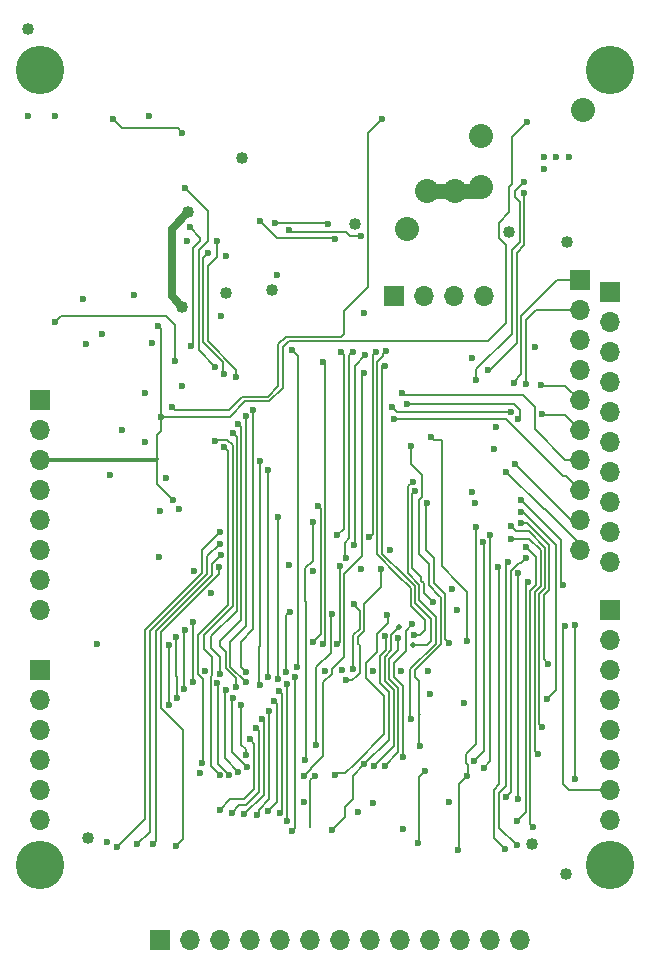
<source format=gbl>
G04 #@! TF.FileFunction,Copper,L4,Bot,Signal*
%FSLAX46Y46*%
G04 Gerber Fmt 4.6, Leading zero omitted, Abs format (unit mm)*
G04 Created by KiCad (PCBNEW 4.0.5-e0-6337~49~ubuntu16.04.1) date Sat Feb 25 14:31:11 2017*
%MOMM*%
%LPD*%
G01*
G04 APERTURE LIST*
%ADD10C,0.100000*%
%ADD11R,1.700000X1.700000*%
%ADD12O,1.700000X1.700000*%
%ADD13C,4.100000*%
%ADD14C,0.600000*%
%ADD15C,1.016000*%
%ADD16C,2.032000*%
%ADD17C,0.508000*%
%ADD18C,1.270000*%
%ADD19C,0.635000*%
%ADD20C,0.177800*%
%ADD21C,0.304800*%
G04 APERTURE END LIST*
D10*
D11*
X100330000Y-96520000D03*
D12*
X100330000Y-99060000D03*
X100330000Y-101600000D03*
X100330000Y-104140000D03*
X100330000Y-106680000D03*
X100330000Y-109220000D03*
X100330000Y-111760000D03*
X100330000Y-114300000D03*
D11*
X100330000Y-119380000D03*
D12*
X100330000Y-121920000D03*
X100330000Y-124460000D03*
X100330000Y-127000000D03*
X100330000Y-129540000D03*
X100330000Y-132080000D03*
D11*
X148590000Y-114300000D03*
D12*
X148590000Y-116840000D03*
X148590000Y-119380000D03*
X148590000Y-121920000D03*
X148590000Y-124460000D03*
X148590000Y-127000000D03*
X148590000Y-129540000D03*
X148590000Y-132080000D03*
D11*
X148590000Y-87376000D03*
D12*
X148590000Y-89916000D03*
X148590000Y-92456000D03*
X148590000Y-94996000D03*
X148590000Y-97536000D03*
X148590000Y-100076000D03*
X148590000Y-102616000D03*
X148590000Y-105156000D03*
X148590000Y-107696000D03*
X148590000Y-110236000D03*
D11*
X146050000Y-86360000D03*
D12*
X146050000Y-88900000D03*
X146050000Y-91440000D03*
X146050000Y-93980000D03*
X146050000Y-96520000D03*
X146050000Y-99060000D03*
X146050000Y-101600000D03*
X146050000Y-104140000D03*
X146050000Y-106680000D03*
X146050000Y-109220000D03*
D11*
X110490000Y-142240000D03*
D12*
X113030000Y-142240000D03*
X115570000Y-142240000D03*
X118110000Y-142240000D03*
X120650000Y-142240000D03*
X123190000Y-142240000D03*
X125730000Y-142240000D03*
X128270000Y-142240000D03*
X130810000Y-142240000D03*
X133350000Y-142240000D03*
X135890000Y-142240000D03*
X138430000Y-142240000D03*
X140970000Y-142240000D03*
D11*
X130302000Y-87757000D03*
D12*
X132842000Y-87757000D03*
X135382000Y-87757000D03*
X137922000Y-87757000D03*
D13*
X100330000Y-68580000D03*
X148590000Y-68580000D03*
X148590000Y-135890000D03*
X100330000Y-135890000D03*
D14*
X142240000Y-92075000D03*
D15*
X144970500Y-83185000D03*
D16*
X131445000Y-82042000D03*
D14*
X120396000Y-85979000D03*
D15*
X116078000Y-87503000D03*
D14*
X104013000Y-88011000D03*
X112776000Y-83058000D03*
X109601000Y-72517000D03*
X101600000Y-72517000D03*
X99314000Y-72517000D03*
X108331000Y-87630000D03*
D15*
X127000000Y-81661000D03*
D16*
X146304000Y-72009000D03*
D14*
X121412000Y-110490000D03*
X136906000Y-92964000D03*
X135636000Y-114300000D03*
X145161000Y-75946000D03*
X144018000Y-75946000D03*
X143002000Y-75946000D03*
X143002000Y-76962000D03*
X104267000Y-91821000D03*
X137223500Y-105219500D03*
X138811000Y-100711000D03*
X106299000Y-102870000D03*
X107315000Y-99060000D03*
X105156000Y-117221000D03*
X109270800Y-100126800D03*
D15*
X141986000Y-134112000D03*
X144932400Y-136702800D03*
X104444800Y-133604000D03*
D14*
X109829600Y-91744800D03*
X113385600Y-111048800D03*
X109270800Y-95961200D03*
X105613200Y-90982800D03*
X125933200Y-119380000D03*
X127508000Y-110845600D03*
X110540800Y-105968800D03*
X130937000Y-119507000D03*
X128524000Y-130683000D03*
X127762000Y-89154000D03*
X122682000Y-130556000D03*
X135001000Y-130556000D03*
X113919000Y-128143000D03*
D16*
X137668000Y-78486000D03*
X137668000Y-74168000D03*
X133096000Y-78867000D03*
X135509000Y-78867000D03*
D15*
X120015000Y-87249000D03*
X117475000Y-76073000D03*
D14*
X116078000Y-84328000D03*
D15*
X99314000Y-65151000D03*
X112395000Y-88646000D03*
X112903000Y-80645000D03*
D14*
X110998000Y-103124000D03*
X136969500Y-104330500D03*
X138938000Y-98806000D03*
X136271000Y-122174000D03*
X106045000Y-133985000D03*
X110426500Y-109791500D03*
X133400800Y-121412000D03*
X135229600Y-112572800D03*
X114858800Y-112877600D03*
X129997200Y-109270800D03*
X112115600Y-105765600D03*
X123494800Y-110998000D03*
X131064000Y-132842000D03*
X114300000Y-119443500D03*
X128524000Y-119507000D03*
X124460000Y-119507000D03*
X133223000Y-119507000D03*
X112395000Y-95377000D03*
X115697000Y-89408000D03*
X127254000Y-131445000D03*
X129286000Y-72771000D03*
X111506000Y-97155000D03*
X138303000Y-93980000D03*
X141351000Y-78994000D03*
X141351000Y-78105000D03*
X137312400Y-94843600D03*
X141605000Y-73025000D03*
X110363000Y-90297000D03*
X111633000Y-105029000D03*
X110591600Y-97942400D03*
X142113000Y-132715000D03*
X141541500Y-108966000D03*
X108610400Y-134162800D03*
X128778000Y-92456000D03*
X115570000Y-108712000D03*
X128219200Y-108153200D03*
X109931200Y-134162800D03*
X126949200Y-108813600D03*
X127914400Y-92760800D03*
X115671600Y-109677200D03*
X111912400Y-134264400D03*
X126847600Y-92456000D03*
X115519200Y-110642400D03*
X126238000Y-109880400D03*
X106883200Y-134416800D03*
X115620800Y-107746800D03*
X125526800Y-108000800D03*
X125882400Y-92506800D03*
X139700000Y-134518400D03*
X139141200Y-110642400D03*
X140868400Y-111201200D03*
X140817600Y-130352800D03*
X140716000Y-132207000D03*
X141681200Y-111912400D03*
X140004800Y-110236000D03*
X140716000Y-134213600D03*
X139852400Y-130149600D03*
X141528800Y-109931200D03*
X118427500Y-97409000D03*
X117805200Y-119583200D03*
X117805200Y-120446800D03*
X117792500Y-97917000D03*
X117157500Y-98552000D03*
X116941600Y-120802400D03*
X115570000Y-119735600D03*
X116687600Y-99364800D03*
X114109500Y-127254000D03*
X115951000Y-100520500D03*
X115163600Y-99974400D03*
X115570000Y-128270000D03*
X113334800Y-115316000D03*
X113284000Y-120396000D03*
X115379500Y-120523000D03*
X116395500Y-128270000D03*
X117157500Y-128016000D03*
X116078000Y-121107200D03*
X112623600Y-115976400D03*
X112585500Y-121031000D03*
X111950500Y-121793000D03*
X116713000Y-121729500D03*
X117856000Y-127571500D03*
X111912400Y-116586000D03*
X111302800Y-117246400D03*
X117792500Y-126555500D03*
X117411500Y-122364500D03*
X111315500Y-122364500D03*
X123761500Y-125730000D03*
X125095000Y-114617500D03*
X120192800Y-122021600D03*
X119684800Y-131318000D03*
X120599200Y-121208800D03*
X120700800Y-131521200D03*
X125539500Y-117221000D03*
X125730000Y-110617000D03*
X121310400Y-120599200D03*
X121310400Y-132181600D03*
X126873000Y-119316500D03*
X126936500Y-113792000D03*
X126288800Y-120243600D03*
X129235200Y-110845600D03*
X121970800Y-119989600D03*
X121716800Y-132994400D03*
X123634500Y-128333500D03*
X125349000Y-128270000D03*
X129730500Y-114744500D03*
X125069600Y-132943600D03*
X127825500Y-127381000D03*
X129540000Y-116522500D03*
X128651000Y-127508000D03*
D17*
X130746500Y-115760500D03*
D14*
X130683000Y-116649500D03*
X129540000Y-127508000D03*
X131889500Y-115506500D03*
X131127500Y-126746000D03*
X137858500Y-108521500D03*
X137096500Y-127063500D03*
X132994400Y-127914400D03*
X132334000Y-134010400D03*
X138493500Y-107950000D03*
X137922000Y-127698500D03*
X135737600Y-134670800D03*
X136525000Y-128333500D03*
X137287000Y-107251500D03*
X118160800Y-125272800D03*
X115620800Y-131216400D03*
X135001000Y-117094000D03*
X133096000Y-105283000D03*
X132143500Y-104267000D03*
X133604000Y-113665000D03*
X118668800Y-124307600D03*
X116586000Y-131470400D03*
X131762500Y-123571000D03*
X131953000Y-103441500D03*
X129540000Y-93662500D03*
X119126000Y-123545600D03*
X117652800Y-131622800D03*
D17*
X131953000Y-117284500D03*
D14*
X129667000Y-92392500D03*
X119735600Y-122834400D03*
X118770400Y-131673600D03*
X132016500Y-116459000D03*
X124307600Y-117195600D03*
X124333000Y-93345000D03*
X123494800Y-116992400D03*
X123888500Y-105473500D03*
X121666000Y-92329000D03*
X122123200Y-119176800D03*
X121513600Y-114452400D03*
X121208800Y-119532400D03*
X119697500Y-102425500D03*
X119634000Y-119989600D03*
X118999000Y-101727000D03*
X119024400Y-120700800D03*
X131762500Y-100393500D03*
X132524500Y-125857000D03*
X127762000Y-94234000D03*
X122745500Y-128333500D03*
X120523000Y-106426000D03*
X120497600Y-120192800D03*
X122809000Y-127000000D03*
X123444000Y-106870500D03*
D15*
X140081000Y-82296000D03*
D14*
X141097000Y-105029000D03*
X144653000Y-112204500D03*
X133477000Y-99695000D03*
X136525000Y-116967000D03*
X143383000Y-118872000D03*
X141097000Y-106934000D03*
X142875000Y-124206000D03*
X140208000Y-107188000D03*
X142494000Y-126492000D03*
X140208000Y-108267500D03*
X144780000Y-115697000D03*
X145669000Y-115570000D03*
X145669000Y-128651000D03*
X143256000Y-121856500D03*
X141097000Y-105981500D03*
X140462000Y-95123000D03*
X141478000Y-95186500D03*
X140208000Y-97536000D03*
X130175000Y-97155000D03*
X142748000Y-95250000D03*
X140843000Y-98171000D03*
X142875000Y-97726500D03*
X131445000Y-96837500D03*
X131000500Y-95948500D03*
X130302000Y-98171000D03*
X140589000Y-101981000D03*
X139827000Y-102616000D03*
X118999000Y-81407000D03*
X125349000Y-82931000D03*
X120269000Y-81534000D03*
X124714000Y-81661000D03*
X121412000Y-82169000D03*
X127508000Y-82677000D03*
X115189000Y-93726000D03*
X112649000Y-78613000D03*
X115316000Y-83058000D03*
X116967000Y-94615000D03*
X113030000Y-81915000D03*
X113157000Y-91948000D03*
X114554000Y-84074000D03*
X115951000Y-94361000D03*
X106553000Y-72771000D03*
X112395000Y-73914000D03*
X111760000Y-93218000D03*
X101600000Y-89916000D03*
D18*
X135509000Y-78867000D02*
X137287000Y-78867000D01*
X137287000Y-78867000D02*
X137668000Y-78486000D01*
X137668000Y-74168000D02*
X137795000Y-74041000D01*
X137795000Y-74041000D02*
X137668000Y-74168000D01*
X135509000Y-78867000D02*
X133096000Y-78867000D01*
X135509000Y-78994000D02*
X135636000Y-78867000D01*
X135382000Y-78994000D02*
X135509000Y-78994000D01*
X135509000Y-78867000D02*
X135382000Y-78994000D01*
D19*
X111506000Y-87757000D02*
X112395000Y-88646000D01*
X111506000Y-82042000D02*
X111506000Y-87757000D01*
X112903000Y-80645000D02*
X111506000Y-82042000D01*
D20*
X128143000Y-84582000D02*
X128143000Y-86995000D01*
X128143000Y-84582000D02*
X128143000Y-73914000D01*
X128143000Y-73914000D02*
X129286000Y-72771000D01*
X111760000Y-97409000D02*
X111506000Y-97155000D01*
X116332000Y-97409000D02*
X111760000Y-97409000D01*
X117475000Y-96266000D02*
X116332000Y-97409000D01*
X119639102Y-96266000D02*
X117475000Y-96266000D01*
X120548398Y-95356704D02*
X119639102Y-96266000D01*
X120548398Y-91795602D02*
X120548398Y-95356704D01*
X121158000Y-91186000D02*
X120548398Y-91795602D01*
X125857000Y-91186000D02*
X121158000Y-91186000D01*
X126111000Y-90932000D02*
X125857000Y-91186000D01*
X126111000Y-89027000D02*
X126111000Y-90932000D01*
X128143000Y-86995000D02*
X126111000Y-89027000D01*
X138303000Y-93980000D02*
X138430000Y-93980000D01*
X141351000Y-83439000D02*
X141351000Y-78994000D01*
X140716000Y-84074000D02*
X141351000Y-83439000D01*
X140716000Y-91694000D02*
X140716000Y-84074000D01*
X138430000Y-93980000D02*
X140716000Y-91694000D01*
X137312400Y-94843600D02*
X137312400Y-93954600D01*
X140589000Y-78867000D02*
X141351000Y-78105000D01*
X140589000Y-79375000D02*
X140589000Y-78867000D01*
X140970000Y-79756000D02*
X140589000Y-79375000D01*
X140970000Y-83185000D02*
X140970000Y-79756000D01*
X140335000Y-83820000D02*
X140970000Y-83185000D01*
X140335000Y-90932000D02*
X140335000Y-83820000D01*
X137312400Y-93954600D02*
X140335000Y-90932000D01*
X126238000Y-91567000D02*
X138303000Y-91567000D01*
X140335000Y-74295000D02*
X141605000Y-73025000D01*
X140335000Y-78232000D02*
X140335000Y-74295000D01*
X116433600Y-97942400D02*
X110591600Y-97942400D01*
X117729000Y-96647000D02*
X116433600Y-97942400D01*
X119761000Y-96647000D02*
X117729000Y-96647000D01*
X120904000Y-95504000D02*
X119761000Y-96647000D01*
X120904000Y-92075000D02*
X120904000Y-95504000D01*
X121412000Y-91567000D02*
X120904000Y-92075000D01*
X126238000Y-91567000D02*
X121412000Y-91567000D01*
X140081000Y-78486000D02*
X140335000Y-78232000D01*
X140081000Y-80645000D02*
X140081000Y-78486000D01*
X139192000Y-81534000D02*
X140081000Y-80645000D01*
X139192000Y-82804000D02*
X139192000Y-81534000D01*
X139827000Y-83439000D02*
X139192000Y-82804000D01*
X139827000Y-90043000D02*
X139827000Y-83439000D01*
X138303000Y-91567000D02*
X139827000Y-90043000D01*
X110363000Y-90297000D02*
X110617000Y-90551000D01*
X110617000Y-90551000D02*
X110617000Y-97917000D01*
X110617000Y-97917000D02*
X110591600Y-97942400D01*
D21*
X100330000Y-101600000D02*
X102235000Y-101600000D01*
X110172500Y-101600000D02*
X110236000Y-101536500D01*
X102235000Y-101600000D02*
X110172500Y-101600000D01*
D20*
X110236000Y-103251000D02*
X110236000Y-101536500D01*
X110236000Y-101536500D02*
X110236000Y-99517200D01*
X110236000Y-99517200D02*
X110591600Y-99161600D01*
X110591600Y-99161600D02*
X110591600Y-97942400D01*
X110236000Y-103632000D02*
X110236000Y-103251000D01*
X111633000Y-105029000D02*
X110236000Y-103632000D01*
X141859000Y-112903000D02*
X141859000Y-112712500D01*
X142113000Y-132715000D02*
X141859000Y-132461000D01*
X141859000Y-132461000D02*
X141859000Y-112903000D01*
X142367000Y-109791500D02*
X141541500Y-108966000D01*
X142367000Y-112204500D02*
X142367000Y-109791500D01*
X141859000Y-112712500D02*
X142367000Y-112204500D01*
X114503200Y-109778800D02*
X114503200Y-111297698D01*
X108610400Y-134162800D02*
X109677200Y-133096000D01*
X109677200Y-133096000D02*
X109677200Y-116789200D01*
X114503200Y-109778800D02*
X115570000Y-108712000D01*
X128524000Y-92710000D02*
X128524000Y-107848400D01*
X128778000Y-92456000D02*
X128524000Y-92710000D01*
X128524000Y-107848400D02*
X128219200Y-108153200D01*
X109677200Y-116123698D02*
X109677200Y-116789200D01*
X114503200Y-111297698D02*
X109677200Y-116123698D01*
X114909600Y-110439200D02*
X114909600Y-111394196D01*
X109931200Y-134162800D02*
X110185200Y-133908800D01*
X110185200Y-133908800D02*
X110185200Y-116840000D01*
X115671600Y-109677200D02*
X114909600Y-110439200D01*
X110185200Y-116118596D02*
X110185200Y-116840000D01*
X114909600Y-111394196D02*
X110185200Y-116118596D01*
X126949200Y-108813600D02*
X127000000Y-108762800D01*
X127000000Y-108762800D02*
X127000000Y-93675200D01*
X127914400Y-92760800D02*
X127000000Y-93675200D01*
X115671600Y-109728000D02*
X115671600Y-109677200D01*
X115519200Y-110642400D02*
X115519200Y-111287494D01*
X111912400Y-134264400D02*
X112471200Y-133705600D01*
X112471200Y-133705600D02*
X112471200Y-124460000D01*
X112471200Y-124460000D02*
X110642400Y-122631200D01*
X110642400Y-122631200D02*
X110642400Y-116992400D01*
X126187200Y-108610400D02*
X126187200Y-109829600D01*
X126847600Y-92456000D02*
X126542800Y-92760800D01*
X126542800Y-92760800D02*
X126542800Y-108254800D01*
X126542800Y-108254800D02*
X126187200Y-108610400D01*
X126187200Y-109829600D02*
X126238000Y-109880400D01*
X110642400Y-116164294D02*
X110642400Y-116992400D01*
X115519200Y-111287494D02*
X110642400Y-116164294D01*
X114096800Y-109270800D02*
X114096800Y-111201200D01*
X106883200Y-134416800D02*
X109270800Y-132029200D01*
X109270800Y-132029200D02*
X109270800Y-116636798D01*
X114096800Y-109270800D02*
X115620800Y-107746800D01*
X126085600Y-107442000D02*
X125526800Y-108000800D01*
X126085600Y-92710000D02*
X126085600Y-107442000D01*
X125882400Y-92506800D02*
X126085600Y-92710000D01*
X109270800Y-116027200D02*
X109270800Y-116636798D01*
X114096800Y-111201200D02*
X109270800Y-116027200D01*
X138785600Y-133604000D02*
X139700000Y-134518400D01*
X138785600Y-129540000D02*
X138785600Y-133604000D01*
X139242800Y-129082800D02*
X138785600Y-129540000D01*
X139242800Y-110744000D02*
X139242800Y-129082800D01*
X139141200Y-110642400D02*
X139242800Y-110744000D01*
X140868400Y-111201200D02*
X140868400Y-117195600D01*
X140868400Y-117195600D02*
X140817600Y-117246400D01*
X140817600Y-117246400D02*
X140817600Y-130352800D01*
X141478000Y-131445000D02*
X141478000Y-112115600D01*
X141478000Y-112115600D02*
X141681200Y-111912400D01*
X140716000Y-132207000D02*
X141478000Y-131445000D01*
X139852400Y-110388400D02*
X140004800Y-110236000D01*
X139852400Y-129184400D02*
X139852400Y-110388400D01*
X139242800Y-129794000D02*
X139852400Y-129184400D01*
X139242800Y-132740400D02*
X139242800Y-129794000D01*
X140716000Y-134213600D02*
X139242800Y-132740400D01*
X140258800Y-129743200D02*
X139852400Y-130149600D01*
X140258800Y-110998000D02*
X140258800Y-129743200D01*
X140919200Y-110337600D02*
X140258800Y-110998000D01*
X141122400Y-110337600D02*
X140919200Y-110337600D01*
X141528800Y-109931200D02*
X141122400Y-110337600D01*
X117348000Y-117030500D02*
X117348000Y-119126000D01*
X117348000Y-117030500D02*
X118427500Y-115951000D01*
X118427500Y-115951000D02*
X118427500Y-97409000D01*
X117348000Y-119126000D02*
X117805200Y-119583200D01*
X116465350Y-117024150D02*
X116465350Y-119106950D01*
X116465350Y-119106950D02*
X117805200Y-120446800D01*
X117792500Y-115697000D02*
X117792500Y-97917000D01*
X116459000Y-117030500D02*
X116465350Y-117024150D01*
X116465350Y-117024150D02*
X117792500Y-115697000D01*
X115633500Y-117221000D02*
X115633500Y-117379752D01*
X117411500Y-98806000D02*
X117157500Y-98552000D01*
X117411500Y-115125500D02*
X117411500Y-98806000D01*
X115633500Y-116903500D02*
X117411500Y-115125500D01*
X115633500Y-116903500D02*
X115633500Y-117221000D01*
X116941600Y-120086098D02*
X116941600Y-120802400D01*
X116109748Y-119254246D02*
X116941600Y-120086098D01*
X116109748Y-117856000D02*
X116109748Y-119254246D01*
X115633500Y-117379752D02*
X116109748Y-117856000D01*
X117030500Y-114363500D02*
X117030500Y-99707700D01*
X114871500Y-117563900D02*
X115570000Y-118262400D01*
X115570000Y-118262400D02*
X115570000Y-119735600D01*
X114871500Y-116522500D02*
X114871500Y-117348000D01*
X114871500Y-116522500D02*
X117030500Y-114363500D01*
X114871500Y-117348000D02*
X114871500Y-117563900D01*
X117030500Y-99707700D02*
X116687600Y-99364800D01*
X116268500Y-101282500D02*
X116268500Y-100838000D01*
X114109500Y-127254000D02*
X114173000Y-127190500D01*
X114173000Y-127190500D02*
X114173000Y-120142000D01*
X114173000Y-120142000D02*
X113728500Y-119697500D01*
X113728500Y-119697500D02*
X113728500Y-116446296D01*
X113728500Y-116446296D02*
X116268500Y-113906296D01*
X116268500Y-113906296D02*
X116268500Y-101282500D01*
X116268500Y-100838000D02*
X115951000Y-100520500D01*
X115246150Y-99891850D02*
X116211350Y-99891850D01*
X115163600Y-99974400D02*
X115246150Y-99891850D01*
X116674898Y-100672898D02*
X116674898Y-100355398D01*
X115570000Y-128270000D02*
X114808000Y-127508000D01*
X114808000Y-127508000D02*
X114808000Y-119951500D01*
X114808000Y-119951500D02*
X114935000Y-119824500D01*
X114935000Y-119824500D02*
X114935000Y-118300500D01*
X114935000Y-118300500D02*
X114236500Y-117602000D01*
X114236500Y-117602000D02*
X114236500Y-116459000D01*
X114236500Y-116459000D02*
X116674898Y-114020602D01*
X116674898Y-114020602D02*
X116674898Y-100672898D01*
X116674898Y-100355398D02*
X116211350Y-99891850D01*
X116211350Y-99891850D02*
X116205000Y-99885500D01*
X113284000Y-115366800D02*
X113284000Y-120396000D01*
X113334800Y-115316000D02*
X113284000Y-115366800D01*
X113284000Y-120396000D02*
X113347500Y-120332500D01*
X115443000Y-120586500D02*
X115379500Y-120523000D01*
X115443000Y-127317500D02*
X115443000Y-120586500D01*
X116395500Y-128270000D02*
X115443000Y-127317500D01*
X116014500Y-126809500D02*
X116014500Y-126873000D01*
X117157500Y-128016000D02*
X116014500Y-126873000D01*
X116078000Y-121107200D02*
X116014500Y-121170700D01*
X116014500Y-121170700D02*
X116014500Y-126809500D01*
X112585500Y-116014500D02*
X112585500Y-121031000D01*
X112623600Y-115976400D02*
X112585500Y-116014500D01*
X112585500Y-121031000D02*
X112649000Y-120967500D01*
X116713000Y-121729500D02*
X116649500Y-121793000D01*
X116649500Y-121793000D02*
X116649500Y-126365000D01*
X116649500Y-126365000D02*
X117856000Y-127571500D01*
X111950500Y-119926100D02*
X111950500Y-121793000D01*
X111912400Y-119888000D02*
X111950500Y-119926100D01*
X111912400Y-116586000D02*
X111912400Y-119888000D01*
X111302800Y-117246400D02*
X111315500Y-117246400D01*
X111315500Y-117246400D02*
X111302800Y-117246400D01*
X111302800Y-117246400D02*
X111315500Y-117246400D01*
X117792500Y-126111000D02*
X117792500Y-126555500D01*
X117411500Y-125730000D02*
X117792500Y-126111000D01*
X117411500Y-122364500D02*
X117411500Y-125730000D01*
X111315500Y-117246400D02*
X111315500Y-122364500D01*
X123761500Y-119126000D02*
X123761500Y-125730000D01*
X124968000Y-117919500D02*
X123761500Y-119126000D01*
X124968000Y-114744500D02*
X124968000Y-117919500D01*
X125095000Y-114617500D02*
X124968000Y-114744500D01*
X120446800Y-122275600D02*
X120192800Y-122021600D01*
X120446800Y-130556000D02*
X120446800Y-122275600D01*
X119684800Y-131318000D02*
X120446800Y-130556000D01*
X120853200Y-121462800D02*
X120599200Y-121208800D01*
X120853200Y-131368800D02*
X120853200Y-121462800D01*
X120700800Y-131521200D02*
X120853200Y-131368800D01*
X125730000Y-116205000D02*
X125730000Y-117030500D01*
X125730000Y-117030500D02*
X125539500Y-117221000D01*
X125730000Y-116205000D02*
X125730000Y-110617000D01*
X121310400Y-132181600D02*
X121310400Y-120599200D01*
X126936500Y-113792000D02*
X126936500Y-113855500D01*
X126873000Y-117475000D02*
X126873000Y-119316500D01*
X126873000Y-116459000D02*
X126873000Y-117475000D01*
X127444500Y-115887500D02*
X126873000Y-116459000D01*
X127444500Y-114363500D02*
X127444500Y-115887500D01*
X126936500Y-113855500D02*
X127444500Y-114363500D01*
X126936500Y-113792000D02*
X127000000Y-113855500D01*
X127196850Y-119881650D02*
X127158750Y-119881650D01*
X126796800Y-120243600D02*
X126288800Y-120243600D01*
X127158750Y-119881650D02*
X126796800Y-120243600D01*
X128460500Y-113157000D02*
X128460500Y-113144300D01*
X127825500Y-113792000D02*
X128460500Y-113157000D01*
X127444500Y-117792500D02*
X127444500Y-117284500D01*
X127444500Y-117792500D02*
X127444500Y-119634000D01*
X127825500Y-116078000D02*
X127825500Y-113919000D01*
X127317500Y-116586000D02*
X127825500Y-116078000D01*
X127317500Y-117157500D02*
X127317500Y-116586000D01*
X127444500Y-117284500D02*
X127317500Y-117157500D01*
X127190500Y-119888000D02*
X127196850Y-119881650D01*
X127196850Y-119881650D02*
X127444500Y-119634000D01*
X127825500Y-113919000D02*
X127825500Y-113792000D01*
X129235200Y-112369600D02*
X129235200Y-110845600D01*
X128460500Y-113144300D02*
X129235200Y-112369600D01*
X121970800Y-132740400D02*
X121970800Y-119989600D01*
X121716800Y-132994400D02*
X121970800Y-132740400D01*
X123253500Y-132651500D02*
X123253500Y-128714500D01*
X123253500Y-128714500D02*
X123634500Y-128333500D01*
X127000000Y-127317500D02*
X126174500Y-128143000D01*
X126174500Y-128143000D02*
X125476000Y-128143000D01*
X125476000Y-128143000D02*
X125349000Y-128270000D01*
X129476500Y-124841000D02*
X127000000Y-127317500D01*
X129476500Y-121602500D02*
X129476500Y-124841000D01*
X127952500Y-120078500D02*
X129476500Y-121602500D01*
X127952500Y-118808500D02*
X127952500Y-120078500D01*
X128905000Y-117856000D02*
X127952500Y-118808500D01*
X128905000Y-116332000D02*
X128905000Y-117856000D01*
X129794000Y-115443000D02*
X128905000Y-116332000D01*
X129794000Y-114808000D02*
X129794000Y-115443000D01*
X129730500Y-114744500D02*
X129794000Y-114808000D01*
X123253500Y-132651500D02*
X123317000Y-132588000D01*
X126847600Y-128358900D02*
X127825500Y-127381000D01*
X126847600Y-130302000D02*
X126847600Y-128358900D01*
X126187200Y-130962400D02*
X126847600Y-130302000D01*
X126187200Y-131826000D02*
X126187200Y-130962400D01*
X125069600Y-132943600D02*
X126187200Y-131826000D01*
X129921000Y-125285500D02*
X127825500Y-127381000D01*
X129921000Y-121285000D02*
X129921000Y-125285500D01*
X129159000Y-120523000D02*
X129921000Y-121285000D01*
X129159000Y-118178602D02*
X129159000Y-120523000D01*
X129667000Y-117670602D02*
X129159000Y-118178602D01*
X129667000Y-116649500D02*
X129667000Y-117670602D01*
X129540000Y-116522500D02*
X129667000Y-116649500D01*
X129540000Y-118935500D02*
X129540000Y-120332500D01*
X129540000Y-120332500D02*
X130302000Y-121094500D01*
X130302000Y-121094500D02*
X130302000Y-125857000D01*
X130302000Y-125857000D02*
X128651000Y-127508000D01*
X129540000Y-118300500D02*
X129540000Y-118935500D01*
X130111500Y-117729000D02*
X129540000Y-118300500D01*
X130111500Y-116395500D02*
X130111500Y-117729000D01*
X130746500Y-115760500D02*
X130111500Y-116395500D01*
X130683000Y-116649500D02*
X130683000Y-117729000D01*
X130683000Y-117729000D02*
X129921000Y-118491000D01*
X129921000Y-118491000D02*
X129921000Y-118745000D01*
X130683000Y-126365000D02*
X129540000Y-127508000D01*
X130683000Y-120904000D02*
X130683000Y-126365000D01*
X129921000Y-120142000D02*
X130683000Y-120904000D01*
X129921000Y-118745000D02*
X129921000Y-120142000D01*
X131318000Y-117792500D02*
X130302000Y-118808500D01*
X131318000Y-116078000D02*
X131318000Y-117792500D01*
X131889500Y-115506500D02*
X131318000Y-116078000D01*
X130302000Y-118808500D02*
X130302000Y-119951500D01*
X130302000Y-119951500D02*
X131127500Y-120777000D01*
X131127500Y-120777000D02*
X131127500Y-126746000D01*
X137922000Y-126238000D02*
X137096500Y-127063500D01*
X137922000Y-108585000D02*
X137922000Y-126238000D01*
X137858500Y-108521500D02*
X137922000Y-108585000D01*
X137223500Y-126936500D02*
X137096500Y-127063500D01*
X132435600Y-129438400D02*
X132435600Y-128473200D01*
X132435600Y-128473200D02*
X132994400Y-127914400D01*
X132435600Y-128473200D02*
X132994400Y-127914400D01*
X132334000Y-134010400D02*
X132435600Y-133908800D01*
X132435600Y-133908800D02*
X132435600Y-129438400D01*
X138493500Y-127127000D02*
X138493500Y-107950000D01*
X137922000Y-127698500D02*
X138493500Y-127127000D01*
X135839200Y-129019300D02*
X136525000Y-128333500D01*
X135839200Y-134569200D02*
X135839200Y-129019300D01*
X135737600Y-134670800D02*
X135839200Y-134569200D01*
X136525000Y-128333500D02*
X136588500Y-128333500D01*
X136588500Y-128333500D02*
X136525000Y-128333500D01*
X136525000Y-128333500D02*
X136588500Y-128333500D01*
X136398000Y-127254000D02*
X136398000Y-126555500D01*
X137287000Y-107251500D02*
X137287000Y-125666500D01*
X137287000Y-125666500D02*
X136525000Y-126428500D01*
X136588500Y-128333500D02*
X136588500Y-127444500D01*
X136588500Y-127444500D02*
X136398000Y-127254000D01*
X136398000Y-126555500D02*
X136525000Y-126428500D01*
X118516400Y-125628400D02*
X118160800Y-125272800D01*
X118516400Y-129438400D02*
X118516400Y-125628400D01*
X117602000Y-130352800D02*
X118516400Y-129438400D01*
X116484400Y-130352800D02*
X117602000Y-130352800D01*
X115620800Y-131216400D02*
X116484400Y-130352800D01*
X133731000Y-112014000D02*
X133731000Y-109918500D01*
X133731000Y-112014000D02*
X134683500Y-112966500D01*
X134683500Y-112966500D02*
X134683500Y-116776500D01*
X134683500Y-116776500D02*
X135001000Y-117094000D01*
X133032500Y-109220000D02*
X133223000Y-109410500D01*
X133032500Y-105346500D02*
X133032500Y-109220000D01*
X133096000Y-105283000D02*
X133032500Y-105346500D01*
X133731000Y-109918500D02*
X133223000Y-109410500D01*
X132842000Y-112014000D02*
X132842000Y-112903000D01*
X131889500Y-104521000D02*
X131889500Y-105854500D01*
X132143500Y-104267000D02*
X131889500Y-104521000D01*
X132651500Y-111823500D02*
X132842000Y-112014000D01*
X132651500Y-111506000D02*
X132651500Y-111823500D01*
X131889500Y-110744000D02*
X132651500Y-111506000D01*
X131889500Y-105981500D02*
X131889500Y-110744000D01*
X131889500Y-105854500D02*
X131889500Y-105981500D01*
X132842000Y-112903000D02*
X133604000Y-113665000D01*
X118922800Y-124561600D02*
X118668800Y-124307600D01*
X118922800Y-129743200D02*
X118922800Y-124561600D01*
X117805200Y-130860800D02*
X118922800Y-129743200D01*
X117195600Y-130860800D02*
X117805200Y-130860800D01*
X116586000Y-131470400D02*
X117195600Y-130860800D01*
X131699000Y-123507500D02*
X131762500Y-123571000D01*
X132481296Y-112161296D02*
X131533898Y-111213898D01*
X131533898Y-111213898D02*
X131533898Y-105511602D01*
X133858000Y-117157500D02*
X131699000Y-119316500D01*
X133858000Y-114871500D02*
X133858000Y-117157500D01*
X132486398Y-113499898D02*
X133858000Y-114871500D01*
X132486398Y-112161296D02*
X132486398Y-113499898D01*
X132486398Y-112161296D02*
X132481296Y-112161296D01*
X131533898Y-103860602D02*
X131533898Y-105511602D01*
X131953000Y-103441500D02*
X131533898Y-103860602D01*
X131699000Y-119316500D02*
X131699000Y-123507500D01*
X119329200Y-123748800D02*
X119126000Y-123545600D01*
X119329200Y-129946400D02*
X119329200Y-123748800D01*
X117652800Y-131622800D02*
X119329200Y-129946400D01*
X131178296Y-111366296D02*
X131173194Y-111366296D01*
X132130796Y-112318796D02*
X131178296Y-111366296D01*
X133159500Y-117284500D02*
X131953000Y-117284500D01*
X133477000Y-116967000D02*
X133159500Y-117284500D01*
X133477000Y-115062000D02*
X133477000Y-116967000D01*
X132130796Y-113715796D02*
X133477000Y-115062000D01*
X132130796Y-112382296D02*
X132130796Y-113715796D01*
X132130796Y-112382296D02*
X132130796Y-112318796D01*
X129349500Y-109542602D02*
X129349500Y-93599000D01*
X131173194Y-111366296D02*
X129349500Y-109542602D01*
X128905000Y-109601000D02*
X128905000Y-93281500D01*
X131762500Y-112458500D02*
X131762500Y-112522000D01*
X131762500Y-112458500D02*
X130619500Y-111315500D01*
X130619500Y-111315500D02*
X128905000Y-109601000D01*
X129413000Y-92773500D02*
X128905000Y-93281500D01*
X129413000Y-92646500D02*
X129413000Y-92773500D01*
X129667000Y-92392500D02*
X129413000Y-92646500D01*
X119735600Y-130352800D02*
X119735600Y-122834400D01*
X118872000Y-131216400D02*
X119735600Y-130352800D01*
X118872000Y-131572000D02*
X118872000Y-131216400D01*
X118770400Y-131673600D02*
X118872000Y-131572000D01*
X131762500Y-113919000D02*
X131762500Y-113982500D01*
X131762500Y-112516898D02*
X131762500Y-112522000D01*
X131762500Y-112522000D02*
X131762500Y-113919000D01*
X132524500Y-116459000D02*
X132016500Y-116459000D01*
X132969000Y-116014500D02*
X132524500Y-116459000D01*
X132969000Y-115189000D02*
X132969000Y-116014500D01*
X131762500Y-113982500D02*
X132969000Y-115189000D01*
X124523500Y-94869000D02*
X124523500Y-93535500D01*
X124523500Y-116979700D02*
X124307600Y-117195600D01*
X124523500Y-116522500D02*
X124523500Y-94869000D01*
X124523500Y-116522500D02*
X124523500Y-116979700D01*
X124523500Y-93535500D02*
X124333000Y-93345000D01*
X124142500Y-115925600D02*
X124142500Y-116344700D01*
X124142500Y-116344700D02*
X123494800Y-116992400D01*
X124142500Y-105727500D02*
X123888500Y-105473500D01*
X124142500Y-115887500D02*
X124142500Y-115925600D01*
X124142500Y-115925600D02*
X124142500Y-115887500D01*
X124142500Y-115887500D02*
X124142500Y-105727500D01*
X122174000Y-117348000D02*
X122174000Y-119126000D01*
X122174000Y-116713000D02*
X122174000Y-92837000D01*
X122174000Y-92837000D02*
X121666000Y-92329000D01*
X122174000Y-116713000D02*
X122174000Y-117348000D01*
X122174000Y-119126000D02*
X122123200Y-119176800D01*
X121221500Y-117221000D02*
X121221500Y-119519700D01*
X121221500Y-117221000D02*
X121221500Y-114744500D01*
X121221500Y-114744500D02*
X121513600Y-114452400D01*
X121221500Y-119519700D02*
X121208800Y-119532400D01*
X119697500Y-117348000D02*
X119697500Y-119926100D01*
X119697500Y-116141500D02*
X119697500Y-102425500D01*
X119697500Y-116141500D02*
X119697500Y-117348000D01*
X119697500Y-119926100D02*
X119634000Y-119989600D01*
X118872000Y-117475000D02*
X118872000Y-120548400D01*
X118999000Y-117348000D02*
X118872000Y-117475000D01*
X118999000Y-116586000D02*
X118999000Y-101727000D01*
X118999000Y-116586000D02*
X118999000Y-117348000D01*
X118872000Y-120548400D02*
X119024400Y-120700800D01*
X132715000Y-104775000D02*
X132715000Y-102870000D01*
X132080000Y-119951500D02*
X132461000Y-120332500D01*
X132461000Y-123126500D02*
X132461000Y-120332500D01*
X134175500Y-113093500D02*
X134302500Y-113220500D01*
X133286500Y-110426500D02*
X133286500Y-112204500D01*
X133286500Y-112204500D02*
X134175500Y-113093500D01*
X132461000Y-109601000D02*
X132461000Y-105029000D01*
X132461000Y-105029000D02*
X132715000Y-104775000D01*
X132461000Y-109601000D02*
X133286500Y-110426500D01*
X134302500Y-117215898D02*
X132080000Y-119438398D01*
X134302500Y-113220500D02*
X134302500Y-117215898D01*
X132080000Y-119438398D02*
X132080000Y-119951500D01*
X131762500Y-101917500D02*
X131762500Y-100393500D01*
X132715000Y-102870000D02*
X131762500Y-101917500D01*
X132524500Y-123126500D02*
X132461000Y-123126500D01*
X132461000Y-123190000D02*
X132524500Y-123126500D01*
X132461000Y-125793500D02*
X132461000Y-123190000D01*
X132524500Y-125857000D02*
X132461000Y-125793500D01*
X132461000Y-123126500D02*
X132461000Y-124269500D01*
X127508000Y-109855000D02*
X127635000Y-109728000D01*
X127635000Y-109728000D02*
X127635000Y-94361000D01*
X127635000Y-94361000D02*
X127762000Y-94234000D01*
X126111000Y-111252000D02*
X127508000Y-109855000D01*
X126111000Y-111315500D02*
X126111000Y-111252000D01*
X126111000Y-111252000D02*
X126111000Y-115951000D01*
X126111000Y-115951000D02*
X126111000Y-116649500D01*
X123317000Y-127736600D02*
X124358400Y-126695200D01*
X124358400Y-126695200D02*
X124358400Y-120446800D01*
X125069600Y-119735600D02*
X125069600Y-119341900D01*
X125069600Y-119341900D02*
X125349000Y-119062500D01*
X123317000Y-127762000D02*
X122745500Y-128333500D01*
X123317000Y-127762000D02*
X123317000Y-127736600D01*
X124358400Y-120446800D02*
X125069600Y-119735600D01*
X126111000Y-118300500D02*
X125666500Y-118745000D01*
X125666500Y-118745000D02*
X125349000Y-119062500D01*
X126111000Y-116649500D02*
X126111000Y-118300500D01*
X120523000Y-117157500D02*
X120523000Y-120167400D01*
X120523000Y-116586000D02*
X120523000Y-117157500D01*
X120523000Y-116586000D02*
X120523000Y-106426000D01*
X120523000Y-120167400D02*
X120497600Y-120192800D01*
X122872500Y-119253000D02*
X122872500Y-113601500D01*
X122809000Y-127000000D02*
X122872500Y-126936500D01*
X122872500Y-126936500D02*
X122872500Y-125285500D01*
X123444000Y-109664500D02*
X123444000Y-106870500D01*
X122872500Y-125285500D02*
X122872500Y-119253000D01*
X123444000Y-110185200D02*
X123444000Y-109664500D01*
X122834400Y-110794800D02*
X123444000Y-110185200D01*
X122834400Y-113563400D02*
X122834400Y-110794800D01*
X122872500Y-113601500D02*
X122834400Y-113563400D01*
X144462500Y-108394500D02*
X141097000Y-105029000D01*
X144462500Y-112014000D02*
X144462500Y-108394500D01*
X144653000Y-112204500D02*
X144462500Y-112014000D01*
X133731000Y-99949000D02*
X134366000Y-99949000D01*
X133477000Y-99695000D02*
X133731000Y-99949000D01*
X134366000Y-110617000D02*
X135763000Y-112014000D01*
X134366000Y-99949000D02*
X134366000Y-110617000D01*
X136525000Y-112776000D02*
X136525000Y-116967000D01*
X135763000Y-112014000D02*
X136525000Y-112776000D01*
X143002000Y-113411000D02*
X143002000Y-113078194D01*
X143002000Y-113411000D02*
X143002000Y-118491000D01*
X143002000Y-118491000D02*
X143383000Y-118872000D01*
X141605000Y-106934000D02*
X141097000Y-106934000D01*
X143484602Y-108813602D02*
X141605000Y-106934000D01*
X143484602Y-112595592D02*
X143484602Y-108813602D01*
X143002000Y-113078194D02*
X143484602Y-112595592D01*
X142621000Y-113157000D02*
X142621000Y-112956296D01*
X142621000Y-113157000D02*
X142621000Y-123952000D01*
X142621000Y-123952000D02*
X142875000Y-124206000D01*
X140652500Y-107632500D02*
X140208000Y-107188000D01*
X141732000Y-107632500D02*
X140652500Y-107632500D01*
X143129000Y-109029500D02*
X141732000Y-107632500D01*
X143129000Y-112448296D02*
X143129000Y-109029500D01*
X142621000Y-112956296D02*
X143129000Y-112448296D01*
X142240000Y-113030000D02*
X142240000Y-112834398D01*
X142240000Y-113030000D02*
X142240000Y-126238000D01*
X142240000Y-126238000D02*
X142494000Y-126492000D01*
X141795500Y-108267500D02*
X140208000Y-108267500D01*
X142748000Y-109220000D02*
X141795500Y-108267500D01*
X142748000Y-112326398D02*
X142748000Y-109220000D01*
X142240000Y-112834398D02*
X142748000Y-112326398D01*
X144780000Y-115697000D02*
X144653000Y-115824000D01*
X144653000Y-115824000D02*
X144653000Y-129032000D01*
X144653000Y-129032000D02*
X145161000Y-129540000D01*
X148590000Y-129540000D02*
X145161000Y-129540000D01*
X145669000Y-115570000D02*
X145669000Y-128651000D01*
X144018000Y-112966500D02*
X144018000Y-108775500D01*
X144018000Y-112966500D02*
X144018000Y-121094500D01*
X144018000Y-121094500D02*
X143256000Y-121856500D01*
X141224000Y-105981500D02*
X141097000Y-105981500D01*
X144018000Y-108775500D02*
X141224000Y-105981500D01*
X140462000Y-95123000D02*
X140462000Y-94996000D01*
X144145000Y-86360000D02*
X146050000Y-86360000D01*
X141097000Y-89408000D02*
X144145000Y-86360000D01*
X141097000Y-94361000D02*
X141097000Y-89408000D01*
X140462000Y-94996000D02*
X141097000Y-94361000D01*
X141478000Y-89916000D02*
X141478000Y-89789000D01*
X141478000Y-90995500D02*
X141478000Y-89916000D01*
X141478000Y-95186500D02*
X141478000Y-90995500D01*
X142367000Y-88900000D02*
X146050000Y-88900000D01*
X141478000Y-89789000D02*
X142367000Y-88900000D01*
X130175000Y-97155000D02*
X130556000Y-97536000D01*
X130556000Y-97536000D02*
X132143500Y-97536000D01*
X132143500Y-97536000D02*
X140208000Y-97536000D01*
X144843500Y-95313500D02*
X146050000Y-96520000D01*
X142811500Y-95313500D02*
X144843500Y-95313500D01*
X142748000Y-95250000D02*
X142811500Y-95313500D01*
X145542000Y-96012000D02*
X146050000Y-96520000D01*
X139890500Y-96837500D02*
X140525500Y-96837500D01*
X140525500Y-96837500D02*
X141033500Y-97345500D01*
X141033500Y-97345500D02*
X141033500Y-97980500D01*
X141033500Y-97980500D02*
X140843000Y-98171000D01*
X131445000Y-96837500D02*
X139890500Y-96837500D01*
X144780000Y-97790000D02*
X146050000Y-99060000D01*
X142938500Y-97790000D02*
X144780000Y-97790000D01*
X142875000Y-97726500D02*
X142938500Y-97790000D01*
X131445000Y-96837500D02*
X131572000Y-96710500D01*
X142271750Y-97123250D02*
X142271750Y-99028250D01*
X144843500Y-101600000D02*
X146050000Y-101600000D01*
X142271750Y-99028250D02*
X144843500Y-101600000D01*
X141287500Y-96139000D02*
X142271750Y-97123250D01*
X131191000Y-96139000D02*
X141287500Y-96139000D01*
X131000500Y-95948500D02*
X131191000Y-96139000D01*
X140970000Y-99314000D02*
X144653000Y-102997000D01*
X130302000Y-98171000D02*
X132778500Y-98171000D01*
X139827000Y-98171000D02*
X140970000Y-99314000D01*
X138557000Y-98171000D02*
X139827000Y-98171000D01*
X132778500Y-98171000D02*
X138557000Y-98171000D01*
X144907000Y-102997000D02*
X146050000Y-104140000D01*
X144653000Y-102997000D02*
X144907000Y-102997000D01*
X140589000Y-101981000D02*
X145288000Y-106680000D01*
X145288000Y-106680000D02*
X146050000Y-106680000D01*
X143129000Y-105791000D02*
X146050000Y-108712000D01*
X143002000Y-105791000D02*
X143129000Y-105791000D01*
X139827000Y-102616000D02*
X143002000Y-105791000D01*
X146050000Y-108712000D02*
X146050000Y-109220000D01*
X120396000Y-82804000D02*
X118999000Y-81407000D01*
X125222000Y-82804000D02*
X120396000Y-82804000D01*
X125349000Y-82931000D02*
X125222000Y-82804000D01*
X124587000Y-81534000D02*
X120269000Y-81534000D01*
X124714000Y-81661000D02*
X124587000Y-81534000D01*
X127508000Y-82677000D02*
X126619000Y-82677000D01*
X121539000Y-82296000D02*
X121412000Y-82169000D01*
X126238000Y-82296000D02*
X121539000Y-82296000D01*
X126619000Y-82677000D02*
X126238000Y-82296000D01*
X127508000Y-82677000D02*
X127381000Y-82804000D01*
X113792000Y-83820000D02*
X114554000Y-83058000D01*
X115189000Y-93726000D02*
X113792000Y-92329000D01*
X113792000Y-92329000D02*
X113792000Y-83820000D01*
X114554000Y-80518000D02*
X112649000Y-78613000D01*
X114554000Y-83058000D02*
X114554000Y-80518000D01*
X115316000Y-84455000D02*
X115316000Y-83058000D01*
X114554000Y-85217000D02*
X115316000Y-84455000D01*
X114554000Y-91567000D02*
X114554000Y-85217000D01*
X116967000Y-93980000D02*
X114554000Y-91567000D01*
X116967000Y-94615000D02*
X116967000Y-93980000D01*
X113919000Y-82804000D02*
X113030000Y-81915000D01*
X113919000Y-83058000D02*
X113919000Y-82804000D01*
X113284000Y-83693000D02*
X113919000Y-83058000D01*
X113284000Y-91821000D02*
X113284000Y-83693000D01*
X113157000Y-91948000D02*
X113284000Y-91821000D01*
X114147602Y-84480398D02*
X114554000Y-84074000D01*
X114147602Y-91668602D02*
X114147602Y-84480398D01*
X115824000Y-93345000D02*
X114147602Y-91668602D01*
X115824000Y-94234000D02*
X115824000Y-93345000D01*
X115951000Y-94361000D02*
X115824000Y-94234000D01*
X107315000Y-73533000D02*
X106553000Y-72771000D01*
X112014000Y-73533000D02*
X107315000Y-73533000D01*
X112395000Y-73914000D02*
X112014000Y-73533000D01*
X111760000Y-90170000D02*
X111760000Y-93218000D01*
X110998000Y-89408000D02*
X111760000Y-90170000D01*
X102108000Y-89408000D02*
X110998000Y-89408000D01*
X101600000Y-89916000D02*
X102108000Y-89408000D01*
M02*

</source>
